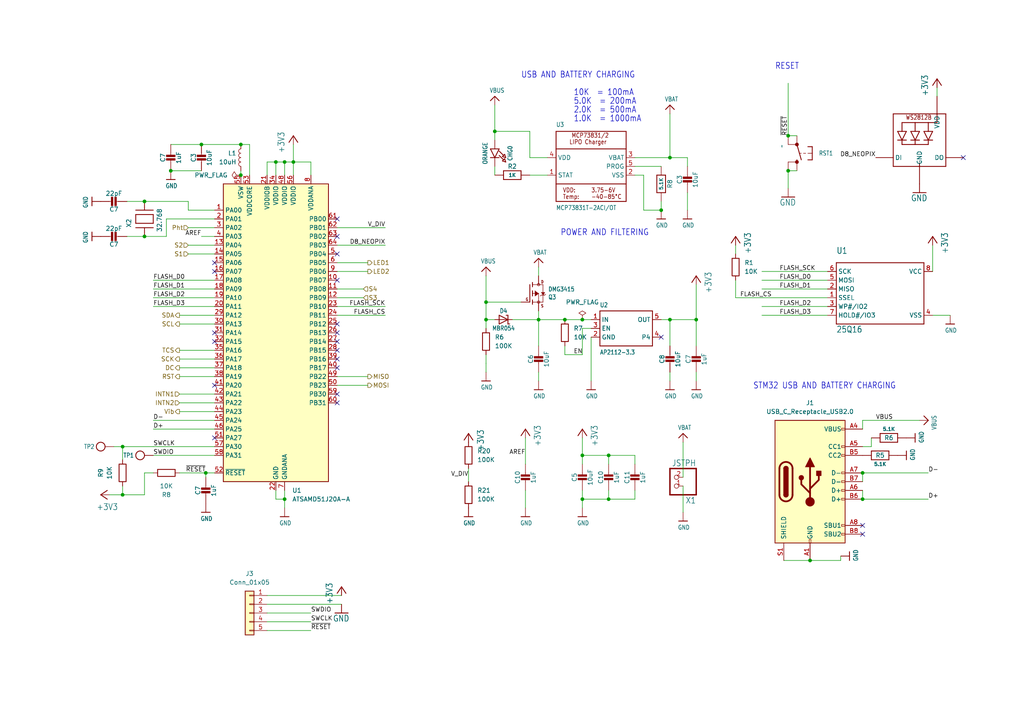
<source format=kicad_sch>
(kicad_sch (version 20230121) (generator eeschema)
  (paper "A4")
  (lib_symbols
    (symbol "Adafruit Feather STM32F405 Express-eagle-import:WS2812B3535"
      (symbol "WS2812B3535_1_0"
        (text "WS2812B" (at -4.064 8.382 0) (effects (font (size 1.27 1.0795)) (justify left bottom)))
        (pin power_in line (at 5.08 15.24 270) (length 5.08) (name "VDD") (number "1"))
        (pin output line (at 12.7 -2.54 180) (length 5.08) (name "DO") (number "2"))
        (pin power_in line (at 0 -10.16 90) (length 5.08) (name "GND") (number "3"))
        (pin input line (at -12.7 -2.54 0) (length 5.08) (name "DI") (number "4"))
      )
    )
    (symbol "Adafruit Feather STM32F405 Express-eagle-import:adafruit2_XTAL-3.2X1.5"
      (property "Reference" "X2" (at -2.54 3.81 0))
      (property "Value" "32.768" (at -3.81 -5.08 0))
      (symbol "adafruit2_XTAL-3.2X1.5_1_0"
        (pin bidirectional line (at -5.08 0 0) (length 2.54) (name "P$1") (number "1"))
        (pin bidirectional line (at 5.08 0 180) (length 2.54) (name "P$2") (number "2"))
      )
    )
    (symbol "Adafruit Feather STM32F405 Express-eagle-import:microbuilder_CAP_CERAMIC0603_NO"
      (property "Reference" "C" (at -2.29 1.25 90))
      (symbol "microbuilder_CAP_CERAMIC0603_NO_1_0"
        (pin passive line (at 0 5.08 270) (length 2.54) (name "1") (number "1"))
        (pin passive line (at 0 -2.54 90) (length 2.54) (name "2") (number "2"))
      )
    )
    (symbol "Adafruit Feather STM32F405 Express-eagle-import:microbuilder_CAP_CERAMIC0805-NOOUTLINE"
      (property "Reference" "C" (at -2.29 1.25 90))
      (symbol "microbuilder_CAP_CERAMIC0805-NOOUTLINE_1_0"
        (pin passive line (at 0 5.08 270) (length 2.54) (name "1") (number "1"))
        (pin passive line (at 0 -2.54 90) (length 2.54) (name "2") (number "2"))
      )
    )
    (symbol "Adafruit Feather STM32F405 Express-eagle-import:microbuilder_CON_JST_PH_2PIN"
      (property "Reference" "X" (at -6.35 5.715 0))
      (symbol "microbuilder_CON_JST_PH_2PIN_1_0"
        (pin passive inverted (at -2.54 2.54 0) (length 2.54) (name "1") (number "1"))
        (pin passive inverted (at -2.54 0 0) (length 2.54) (name "2") (number "2"))
      )
    )
    (symbol "Adafruit Feather STM32F405 Express-eagle-import:microbuilder_DIODE-SCHOTTKYSOD-123"
      (property "Reference" "D4" (at 0 2.54 0))
      (property "Value" "MBR054" (at 0 -2.5 0))
      (symbol "microbuilder_DIODE-SCHOTTKYSOD-123_1_0"
        (pin passive line (at 2.54 0 180) (length 2.54) (name "C") (number "1"))
        (pin passive line (at -2.54 0 0) (length 2.54) (name "A") (number "2"))
      )
    )
    (symbol "Adafruit Feather STM32F405 Express-eagle-import:microbuilder_GND" (power)
      (property "Value" "microbuilder_GND" (at -1.524 -2.54 0))
      (symbol "microbuilder_GND_1_0"
        (pin power_in line (at 0 2.54 270) (length 2.54) (name "GND") (number "1"))
      )
    )
    (symbol "Adafruit Feather STM32F405 Express-eagle-import:microbuilder_LED0805_NOOUTLINE"
      (property "Reference" "CHG1" (at -1.27 4.445 0))
      (property "Value" "ORANGE" (at -1.27 -2.794 0))
      (symbol "microbuilder_LED0805_NOOUTLINE_1_0"
        (pin passive line (at 2.54 0 180) (length 2.54) (name "C") (number "1"))
        (pin passive line (at -5.08 0 0) (length 2.54) (name "A") (number "2"))
      )
    )
    (symbol "Adafruit Feather STM32F405 Express-eagle-import:microbuilder_MCP73831/2"
      (property "Reference" "U" (at -10.16 11.43 0))
      (symbol "microbuilder_MCP73831/2_1_0"
        (text "-40-85°C" (at 0 -9.525 0) (effects (font (size 1.27 1.0795)) (justify left bottom)))
        (text "3.75-6V" (at 0 -7.62 0) (effects (font (size 1.27 1.0795)) (justify left bottom)))
        (text "LIPO Charger" (at -6.35 6.35 0) (effects (font (size 1.27 1.0795)) (justify left bottom)))
        (text "MCP73831/2" (at -5.715 8.255 0) (effects (font (size 1.27 1.0795)) (justify left bottom)))
        (text "Temp:" (at -8.255 -9.525 0) (effects (font (size 1.27 1.0795)) (justify left bottom)))
        (text "VDD:" (at -8.255 -7.62 0) (effects (font (size 1.27 1.0795)) (justify left bottom)))
        (pin output line (at -12.7 -2.54 0) (length 2.54) (name "STAT") (number "1"))
        (pin power_in line (at 12.7 -2.54 180) (length 2.54) (name "VSS") (number "2"))
        (pin power_in line (at 12.7 2.54 180) (length 2.54) (name "VBAT") (number "3"))
        (pin power_in line (at -12.7 2.54 0) (length 2.54) (name "VDD") (number "4"))
        (pin input line (at 12.7 0 180) (length 2.54) (name "PROG") (number "5"))
      )
    )
    (symbol "Adafruit Feather STM32F405 Express-eagle-import:microbuilder_MOSFET-P"
      (property "Reference" "Q" (at 2.794 0.381 0))
      (symbol "microbuilder_MOSFET-P_1_0"
        (text "D" (at 0.635 -3.81 0) (effects (font (size 0.8128 0.6908)) (justify left bottom)))
        (text "G" (at -3.81 1.27 0) (effects (font (size 0.8128 0.6908)) (justify left bottom)))
        (text "S" (at 0.635 3.175 0) (effects (font (size 0.8128 0.6908)) (justify left bottom)))
        (pin passive line (at -5.08 2.54 0) (length 2.54) (name "G") (number "1"))
        (pin passive line (at 0 5.08 270) (length 2.54) (name "S") (number "2"))
        (pin passive line (at 0 -5.08 90) (length 2.54) (name "D") (number "3"))
      )
    )
    (symbol "Adafruit Feather STM32F405 Express-eagle-import:microbuilder_RESISTOR_0603_NOOUT"
      (property "Reference" "R" (at 0 2.54 0))
      (symbol "microbuilder_RESISTOR_0603_NOOUT_1_0"
        (pin passive line (at -5.08 0 0) (length 2.54) (name "1") (number "1"))
        (pin passive line (at 5.08 0 180) (length 2.54) (name "2") (number "2"))
      )
    )
    (symbol "Adafruit Feather STM32F405 Express-eagle-import:microbuilder_SPIFLASH_8PIN"
      (property "Reference" "U" (at -12.7 12.7 0))
      (symbol "microbuilder_SPIFLASH_8PIN_1_0"
        (pin bidirectional line (at -15.24 0 0) (length 2.54) (name "SSEL") (number "1"))
        (pin bidirectional line (at -15.24 2.54 0) (length 2.54) (name "MISO") (number "2"))
        (pin bidirectional line (at -15.24 -2.54 0) (length 2.54) (name "WP#/IO2") (number "3"))
        (pin bidirectional line (at 15.24 -5.08 180) (length 2.54) (name "VSS") (number "4"))
        (pin bidirectional line (at -15.24 5.08 0) (length 2.54) (name "MOSI") (number "5"))
        (pin bidirectional line (at -15.24 7.62 0) (length 2.54) (name "SCK") (number "6"))
        (pin bidirectional line (at -15.24 -5.08 0) (length 2.54) (name "HOLD#/IO3") (number "7"))
        (pin bidirectional line (at 15.24 7.62 180) (length 2.54) (name "VCC") (number "8"))
      )
    )
    (symbol "Adafruit Feather STM32F405 Express-eagle-import:microbuilder_TESTPOINTROUND1.5MM"
      (property "Reference" "TP2" (at 0 5.588 90))
      (symbol "microbuilder_TESTPOINTROUND1.5MM_1_0"
        (pin bidirectional line (at 0 0 90) (length 2.54) (name "P$1") (number "1"))
      )
    )
    (symbol "Adafruit Feather STM32F405 Express-eagle-import:microbuilder_VBAT" (power)
      (property "Value" "microbuilder_VBAT" (at -1.524 1.016 0))
      (symbol "microbuilder_VBAT_1_0"
        (pin power_in line (at 0 -2.54 90) (length 2.54) (name "VBAT") (number "1"))
      )
    )
    (symbol "Adafruit Feather STM32F405 Express-eagle-import:microbuilder_VBUS" (power)
      (property "Value" "microbuilder_VBUS" (at -1.524 1.016 0))
      (symbol "microbuilder_VBUS_1_0"
        (pin power_in line (at 0 -2.54 90) (length 2.54) (name "VBUS") (number "1"))
      )
    )
    (symbol "Adafruit Feather STM32F405 Express-eagle-import:microbuilder_VREG_SOT23-5"
      (property "Reference" "U" (at -7.62 6.096 0))
      (symbol "microbuilder_VREG_SOT23-5_1_0"
        (pin power_in line (at -10.16 2.54 0) (length 2.54) (name "IN") (number "1"))
        (pin power_in line (at -10.16 -2.54 0) (length 2.54) (name "GND") (number "2"))
        (pin input line (at -10.16 0 0) (length 2.54) (name "EN") (number "3"))
        (pin bidirectional line (at 10.16 -2.54 180) (length 2.54) (name "P4") (number "4"))
        (pin power_in line (at 10.16 2.54 180) (length 2.54) (name "OUT") (number "5"))
      )
    )
    (symbol "Adafruit Feather STM32F405 Express-eagle-import:supply1_+3V3" (power)
      (property "Value" "supply1_+3V3" (at -2.54 -5.08 90))
      (symbol "supply1_+3V3_1_0"
        (pin power_in line (at 0 -2.54 90) (length 2.54) (name "+3V3") (number "1"))
      )
    )
    (symbol "Adafruit Feather STM32F405 Express-eagle-import:supply1_GND" (power)
      (property "Value" "supply1_GND" (at -2.54 -2.54 0))
      (symbol "supply1_GND_1_0"
        (pin power_in line (at 0 2.54 270) (length 2.54) (name "GND") (number "1"))
      )
    )
    (symbol "Connector:USB_C_Receptacle_USB2.0" (pin_names (offset 1.016))
      (property "Reference" "J" (at -10.16 19.05 0))
      (property "Value" "USB_C_Receptacle_USB2.0" (at 19.05 19.05 0))
      (symbol "USB_C_Receptacle_USB2.0_1_1"
        (pin passive line (at 0 -22.86 90) (length 5.08) (name "GND") (number "A1"))
        (pin passive line (at 0 -22.86 90) (length 5.08) hide (name "GND") (number "A12"))
        (pin passive line (at 15.24 15.24 180) (length 5.08) (name "VBUS") (number "A4"))
        (pin bidirectional line (at 15.24 10.16 180) (length 5.08) (name "CC1") (number "A5"))
        (pin bidirectional line (at 15.24 -2.54 180) (length 5.08) (name "D+") (number "A6"))
        (pin bidirectional line (at 15.24 2.54 180) (length 5.08) (name "D-") (number "A7"))
        (pin bidirectional line (at 15.24 -12.7 180) (length 5.08) (name "SBU1") (number "A8"))
        (pin passive line (at 15.24 15.24 180) (length 5.08) hide (name "VBUS") (number "A9"))
        (pin passive line (at 0 -22.86 90) (length 5.08) hide (name "GND") (number "B1"))
        (pin passive line (at 0 -22.86 90) (length 5.08) hide (name "GND") (number "B12"))
        (pin passive line (at 15.24 15.24 180) (length 5.08) hide (name "VBUS") (number "B4"))
        (pin bidirectional line (at 15.24 7.62 180) (length 5.08) (name "CC2") (number "B5"))
        (pin bidirectional line (at 15.24 -5.08 180) (length 5.08) (name "D+") (number "B6"))
        (pin bidirectional line (at 15.24 0 180) (length 5.08) (name "D-") (number "B7"))
        (pin bidirectional line (at 15.24 -15.24 180) (length 5.08) (name "SBU2") (number "B8"))
        (pin passive line (at 15.24 15.24 180) (length 5.08) hide (name "VBUS") (number "B9"))
        (pin passive line (at -7.62 -22.86 90) (length 5.08) (name "SHIELD") (number "S1"))
      )
    )
    (symbol "Connector_Generic:Conn_01x05" (pin_names (offset 1.016) hide)
      (property "Reference" "J" (at 0 7.62 0))
      (property "Value" "Conn_01x05" (at 0 -7.62 0))
      (symbol "Conn_01x05_1_1"
        (pin passive line (at -5.08 5.08 0) (length 3.81) (name "Pin_1") (number "1"))
        (pin passive line (at -5.08 2.54 0) (length 3.81) (name "Pin_2") (number "2"))
        (pin passive line (at -5.08 0 0) (length 3.81) (name "Pin_3") (number "3"))
        (pin passive line (at -5.08 -2.54 0) (length 3.81) (name "Pin_4") (number "4"))
        (pin passive line (at -5.08 -5.08 0) (length 3.81) (name "Pin_5") (number "5"))
      )
    )
    (symbol "Device:L" (pin_numbers hide) (pin_names (offset 1.016) hide)
      (property "Reference" "L" (at -1.27 0 90))
      (property "Value" "L" (at 1.905 0 90))
      (symbol "L_1_1"
        (pin passive line (at 0 3.81 270) (length 1.27) (name "1") (number "1"))
        (pin passive line (at 0 -3.81 90) (length 1.27) (name "2") (number "2"))
      )
    )
    (symbol "Device:R" (pin_numbers hide) (pin_names (offset 0))
      (property "Reference" "R" (at 2.032 0 90))
      (property "Value" "R" (at 0 0 90))
      (symbol "R_1_1"
        (pin passive line (at 0 3.81 270) (length 1.27) (name "~") (number "1"))
        (pin passive line (at 0 -3.81 90) (length 1.27) (name "~") (number "2"))
      )
    )
    (symbol "MCU_Microchip_SAMD:ATSAMD51J20A-A"
      (property "Reference" "U" (at -15.24 -44.45 0))
      (property "Value" "ATSAMD51J20A-A" (at 5.08 -44.45 0))
      (symbol "ATSAMD51J20A-A_1_0"
        (pin bidirectional line (at 17.78 25.4 180) (length 2.54) (name "PB03") (number "64"))
      )
      (symbol "ATSAMD51J20A-A_1_1"
        (pin bidirectional line (at -17.78 35.56 0) (length 2.54) (name "PA00") (number "1"))
        (pin bidirectional line (at 17.78 15.24 180) (length 2.54) (name "PB07") (number "10"))
        (pin bidirectional line (at 17.78 12.7 180) (length 2.54) (name "PB08") (number "11"))
        (pin bidirectional line (at 17.78 10.16 180) (length 2.54) (name "PB09") (number "12"))
        (pin bidirectional line (at -17.78 25.4 0) (length 2.54) (name "PA04") (number "13"))
        (pin bidirectional line (at -17.78 22.86 0) (length 2.54) (name "PA05") (number "14"))
        (pin bidirectional line (at -17.78 20.32 0) (length 2.54) (name "PA06") (number "15"))
        (pin bidirectional line (at -17.78 17.78 0) (length 2.54) (name "PA07") (number "16"))
        (pin bidirectional line (at -17.78 15.24 0) (length 2.54) (name "PA08") (number "17"))
        (pin bidirectional line (at -17.78 12.7 0) (length 2.54) (name "PA09") (number "18"))
        (pin bidirectional line (at -17.78 10.16 0) (length 2.54) (name "PA10") (number "19"))
        (pin bidirectional line (at -17.78 33.02 0) (length 2.54) (name "PA01") (number "2"))
        (pin bidirectional line (at -17.78 7.62 0) (length 2.54) (name "PA11") (number "20"))
        (pin power_in line (at -2.54 45.72 270) (length 2.54) (name "VDDIOB") (number "21"))
        (pin power_in line (at 0 -45.72 90) (length 2.54) (name "GND") (number "22"))
        (pin bidirectional line (at 17.78 7.62 180) (length 2.54) (name "PB10") (number "23"))
        (pin bidirectional line (at 17.78 5.08 180) (length 2.54) (name "PB11") (number "24"))
        (pin bidirectional line (at 17.78 2.54 180) (length 2.54) (name "PB12") (number "25"))
        (pin bidirectional line (at 17.78 0 180) (length 2.54) (name "PB13") (number "26"))
        (pin bidirectional line (at 17.78 -2.54 180) (length 2.54) (name "PB14") (number "27"))
        (pin bidirectional line (at 17.78 -5.08 180) (length 2.54) (name "PB15") (number "28"))
        (pin bidirectional line (at -17.78 5.08 0) (length 2.54) (name "PA12") (number "29"))
        (pin bidirectional line (at -17.78 30.48 0) (length 2.54) (name "PA02") (number "3"))
        (pin bidirectional line (at -17.78 2.54 0) (length 2.54) (name "PA13") (number "30"))
        (pin bidirectional line (at -17.78 0 0) (length 2.54) (name "PA14") (number "31"))
        (pin bidirectional line (at -17.78 -2.54 0) (length 2.54) (name "PA15") (number "32"))
        (pin passive line (at 0 -45.72 90) (length 2.54) hide (name "GND") (number "33"))
        (pin power_in line (at 0 45.72 270) (length 2.54) (name "VDDIO") (number "34"))
        (pin bidirectional line (at -17.78 -5.08 0) (length 2.54) (name "PA16") (number "35"))
        (pin bidirectional line (at -17.78 -7.62 0) (length 2.54) (name "PA17") (number "36"))
        (pin bidirectional line (at -17.78 -10.16 0) (length 2.54) (name "PA18") (number "37"))
        (pin bidirectional line (at -17.78 -12.7 0) (length 2.54) (name "PA19") (number "38"))
        (pin bidirectional line (at 17.78 -7.62 180) (length 2.54) (name "PB16") (number "39"))
        (pin bidirectional line (at -17.78 27.94 0) (length 2.54) (name "PA03") (number "4"))
        (pin bidirectional line (at 17.78 -10.16 180) (length 2.54) (name "PB17") (number "40"))
        (pin bidirectional line (at -17.78 -15.24 0) (length 2.54) (name "PA20") (number "41"))
        (pin bidirectional line (at -17.78 -17.78 0) (length 2.54) (name "PA21") (number "42"))
        (pin bidirectional line (at -17.78 -20.32 0) (length 2.54) (name "PA22") (number "43"))
        (pin bidirectional line (at -17.78 -22.86 0) (length 2.54) (name "PA23") (number "44"))
        (pin bidirectional line (at -17.78 -25.4 0) (length 2.54) (name "PA24") (number "45"))
        (pin bidirectional line (at -17.78 -27.94 0) (length 2.54) (name "PA25") (number "46"))
        (pin passive line (at 0 -45.72 90) (length 2.54) hide (name "GND") (number "47"))
        (pin power_in line (at 2.54 45.72 270) (length 2.54) (name "VDDIO") (number "48"))
        (pin bidirectional line (at 17.78 -12.7 180) (length 2.54) (name "PB22") (number "49"))
        (pin bidirectional line (at 17.78 22.86 180) (length 2.54) (name "PB04") (number "5"))
        (pin bidirectional line (at 17.78 -15.24 180) (length 2.54) (name "PB23") (number "50"))
        (pin bidirectional line (at -17.78 -30.48 0) (length 2.54) (name "PA27") (number "51"))
        (pin input line (at -17.78 -40.64 0) (length 2.54) (name "~{RESET}") (number "52"))
        (pin power_out line (at -7.62 45.72 270) (length 2.54) (name "VDDCORE") (number "53"))
        (pin passive line (at 0 -45.72 90) (length 2.54) hide (name "GND") (number "54"))
        (pin power_in line (at -10.16 45.72 270) (length 2.54) (name "VSW") (number "55"))
        (pin power_in line (at 5.08 45.72 270) (length 2.54) (name "VDDIO") (number "56"))
        (pin bidirectional line (at -17.78 -33.02 0) (length 2.54) (name "PA30") (number "57"))
        (pin bidirectional line (at -17.78 -35.56 0) (length 2.54) (name "PA31") (number "58"))
        (pin bidirectional line (at 17.78 -17.78 180) (length 2.54) (name "PB30") (number "59"))
        (pin bidirectional line (at 17.78 20.32 180) (length 2.54) (name "PB05") (number "6"))
        (pin bidirectional line (at 17.78 -20.32 180) (length 2.54) (name "PB31") (number "60"))
        (pin bidirectional line (at 17.78 33.02 180) (length 2.54) (name "PB00") (number "61"))
        (pin bidirectional line (at 17.78 30.48 180) (length 2.54) (name "PB01") (number "62"))
        (pin bidirectional line (at 17.78 27.94 180) (length 2.54) (name "PB02") (number "63"))
        (pin power_in line (at 2.54 -45.72 90) (length 2.54) (name "GNDANA") (number "7"))
        (pin power_in line (at 10.16 45.72 270) (length 2.54) (name "VDDANA") (number "8"))
        (pin bidirectional line (at 17.78 17.78 180) (length 2.54) (name "PB06") (number "9"))
      )
    )
    (symbol "SWITCH_TACT_SMT_1"
      (property "Reference" "SW6" (at 0 6.35 0))
      (property "Value" "~" (at -2.54 -5.08 0))
      (symbol "SWITCH_TACT_SMT_1_1_0"
        (pin passive line (at -5.08 0 0) (length 2.54) (name "P") (number "1"))
        (pin passive line (at -5.08 -2.54 0) (length 2.54) (name "P1") (number "1"))
        (pin passive line (at 5.08 0 180) (length 2.54) (name "S") (number "2"))
        (pin passive line (at 5.08 -2.54 180) (length 2.54) (name "S1") (number "2"))
      )
    )
    (symbol "microbuilder_TESTPOINTROUND1.5MM_1"
      (property "Reference" "TP1" (at 0 5.588 90))
      (symbol "microbuilder_TESTPOINTROUND1.5MM_1_1_0"
        (pin bidirectional line (at 0 0 90) (length 2.54) (name "P$1") (number "1"))
      )
    )
    (symbol "power:PWR_FLAG" (power) (pin_numbers hide) (pin_names (offset 0) hide)
      (property "Value" "PWR_FLAG" (at 0 3.81 0))
      (symbol "PWR_FLAG_0_0"
        (pin power_out line (at 0 0 90) (length 0) (name "pwr") (number "1"))
      )
    )
  )
  (junction (at 250.19 144.78))
  (junction (at 35.56 143.51))
  (junction (at 191.77 60.96))
  (junction (at 168.91 132.08))
  (junction (at 201.93 92.71))
  (junction (at 85.09 46.99))
  (junction (at 69.85 50.8))
  (junction (at 156.21 92.71))
  (junction (at 41.91 68.58))
  (junction (at 194.31 45.72))
  (junction (at 228.6 49.53))
  (junction (at 80.01 46.99))
  (junction (at 234.95 162.56))
  (junction (at 163.83 92.71))
  (junction (at 49.53 49.53))
  (junction (at 69.85 41.91))
  (junction (at 228.6 39.37))
  (junction (at 59.69 137.16))
  (junction (at 168.91 144.78))
  (junction (at 140.97 92.71))
  (junction (at 82.55 46.99))
  (junction (at 140.97 87.63))
  (junction (at 41.91 58.42))
  (junction (at 176.53 132.08))
  (junction (at 35.56 129.54))
  (junction (at 82.55 144.78))
  (junction (at 143.51 38.1))
  (junction (at 168.91 92.71))
  (junction (at 58.42 41.91))
  (junction (at 194.31 92.71))
  (junction (at 250.19 137.16))
  (junction (at 176.53 144.78))
  (no_connect (at 250.19 154.94))
  (no_connect (at 62.23 78.74))
  (no_connect (at 97.79 68.58))
  (no_connect (at 97.79 106.68))
  (no_connect (at 97.79 114.3))
  (no_connect (at 62.23 76.2))
  (no_connect (at 97.79 99.06))
  (no_connect (at 62.23 99.06))
  (no_connect (at 97.79 63.5))
  (no_connect (at 62.23 96.52))
  (no_connect (at 97.79 116.84))
  (no_connect (at 97.79 81.28))
  (no_connect (at 97.79 101.6))
  (no_connect (at 97.79 96.52))
  (no_connect (at 191.77 97.79))
  (no_connect (at 279.4 45.72))
  (no_connect (at 62.23 111.76))
  (no_connect (at 97.79 93.98))
  (no_connect (at 250.19 152.4))
  (no_connect (at 97.79 73.66))
  (no_connect (at 97.79 104.14))
  (no_connect (at 62.23 127))
  (wire (pts (xy 85.09 46.99) (xy 85.09 50.8)))
  (wire (pts (xy 90.17 46.99) (xy 85.09 46.99)))
  (wire (pts (xy 240.03 91.44) (xy 220.98 91.44)) (stroke (width 0.1524)))
  (wire (pts (xy 156.21 90.17) (xy 156.21 92.71)) (stroke (width 0.1524)))
  (wire (pts (xy 168.91 95.25) (xy 171.45 95.25)) (stroke (width 0.1524)))
  (wire (pts (xy 168.91 102.87) (xy 168.91 95.25)) (stroke (width 0.1524)))
  (wire (pts (xy 52.07 93.98) (xy 62.23 93.98)))
  (wire (pts (xy 168.91 144.78) (xy 168.91 142.24)) (stroke (width 0.1524)))
  (wire (pts (xy 152.4 127) (xy 152.4 134.62)))
  (wire (pts (xy 35.56 143.51) (xy 35.56 140.97)))
  (wire (pts (xy 184.15 50.8) (xy 186.69 50.8)) (stroke (width 0.1524)))
  (wire (pts (xy 250.19 121.92) (xy 266.7 121.92)))
  (wire (pts (xy 97.79 111.76) (xy 106.68 111.76)))
  (wire (pts (xy 82.55 46.99) (xy 85.09 46.99)))
  (wire (pts (xy 153.67 45.72) (xy 158.75 45.72)) (stroke (width 0.1524)))
  (wire (pts (xy 271.78 25.4) (xy 271.78 27.94)) (stroke (width 0.1524)))
  (wire (pts (xy 54.61 71.12) (xy 62.23 71.12)))
  (wire (pts (xy 77.47 172.72) (xy 99.06 172.72)))
  (wire (pts (xy 176.53 132.08) (xy 168.91 132.08)) (stroke (width 0.1524)))
  (wire (pts (xy 72.39 50.8) (xy 72.39 41.91)))
  (wire (pts (xy 143.51 92.71) (xy 140.97 92.71)) (stroke (width 0.1524)))
  (wire (pts (xy 184.15 144.78) (xy 176.53 144.78)) (stroke (width 0.1524)))
  (wire (pts (xy 243.84 162.56) (xy 243.84 161.29)))
  (wire (pts (xy 231.14 49.53) (xy 228.6 49.53)) (stroke (width 0.1524)))
  (wire (pts (xy 176.53 144.78) (xy 168.91 144.78)) (stroke (width 0.1524)))
  (wire (pts (xy 148.59 92.71) (xy 156.21 92.71)) (stroke (width 0.1524)))
  (wire (pts (xy 250.19 144.78) (xy 269.24 144.78)))
  (wire (pts (xy 52.07 137.16) (xy 59.69 137.16)))
  (wire (pts (xy 52.07 116.84) (xy 62.23 116.84)))
  (wire (pts (xy 69.85 49.53) (xy 69.85 50.8)))
  (wire (pts (xy 201.93 92.71) (xy 201.93 82.55)) (stroke (width 0.1524)))
  (wire (pts (xy 54.61 73.66) (xy 62.23 73.66)))
  (wire (pts (xy 44.45 88.9) (xy 62.23 88.9)) (stroke (width 0.1524)))
  (wire (pts (xy 168.91 134.62) (xy 168.91 132.08)) (stroke (width 0.1524)))
  (wire (pts (xy 199.39 55.88) (xy 199.39 60.96)) (stroke (width 0.1524)))
  (wire (pts (xy 163.83 92.71) (xy 168.91 92.71)) (stroke (width 0.1524)))
  (wire (pts (xy 59.69 137.16) (xy 59.69 138.43)))
  (wire (pts (xy 168.91 147.32) (xy 168.91 144.78)) (stroke (width 0.1524)))
  (wire (pts (xy 41.91 137.16) (xy 41.91 143.51)))
  (wire (pts (xy 250.19 137.16) (xy 269.24 137.16)))
  (wire (pts (xy 35.56 129.54) (xy 44.45 129.54)))
  (wire (pts (xy 186.69 50.8) (xy 186.69 60.96)) (stroke (width 0.1524)))
  (wire (pts (xy 184.15 48.26) (xy 191.77 48.26)) (stroke (width 0.1524)))
  (wire (pts (xy 171.45 97.79) (xy 171.45 110.49)) (stroke (width 0.1524)))
  (wire (pts (xy 97.79 109.22) (xy 106.68 109.22)))
  (wire (pts (xy 82.55 142.24) (xy 82.55 144.78)))
  (wire (pts (xy 194.31 107.95) (xy 194.31 110.49)) (stroke (width 0.1524)))
  (wire (pts (xy 228.6 24.13) (xy 228.6 39.37)) (stroke (width 0.1524)))
  (wire (pts (xy 201.93 92.71) (xy 201.93 100.33)) (stroke (width 0.1524)))
  (wire (pts (xy 250.19 142.24) (xy 250.19 144.78)))
  (wire (pts (xy 82.55 144.78) (xy 82.55 147.32)))
  (wire (pts (xy 62.23 60.96) (xy 54.61 60.96)))
  (wire (pts (xy 156.21 77.47) (xy 156.21 80.01)) (stroke (width 0.1524)))
  (wire (pts (xy 250.19 121.92) (xy 250.19 124.46)))
  (wire (pts (xy 97.79 91.44) (xy 111.76 91.44)))
  (wire (pts (xy 140.97 92.71) (xy 140.97 87.63)) (stroke (width 0.1524)))
  (wire (pts (xy 153.67 38.1) (xy 153.67 45.72)) (stroke (width 0.1524)))
  (wire (pts (xy 140.97 95.25) (xy 140.97 92.71)) (stroke (width 0.1524)))
  (wire (pts (xy 240.03 88.9) (xy 220.98 88.9)) (stroke (width 0.1524)))
  (wire (pts (xy 36.83 68.58) (xy 41.91 68.58)) (stroke (width 0.1524)))
  (wire (pts (xy 52.07 104.14) (xy 62.23 104.14)))
  (wire (pts (xy 80.01 144.78) (xy 82.55 144.78)))
  (wire (pts (xy 156.21 107.95) (xy 156.21 110.49)) (stroke (width 0.1524)))
  (wire (pts (xy 52.07 91.44) (xy 62.23 91.44)))
  (wire (pts (xy 213.36 71.12) (xy 213.36 73.66)) (stroke (width 0.1524)))
  (wire (pts (xy 191.77 92.71) (xy 194.31 92.71)) (stroke (width 0.1524)))
  (wire (pts (xy 163.83 100.33) (xy 163.83 102.87)))
  (wire (pts (xy 194.31 33.02) (xy 194.31 45.72)) (stroke (width 0.1524)))
  (wire (pts (xy 48.26 63.5) (xy 48.26 68.58)))
  (wire (pts (xy 199.39 48.26) (xy 199.39 45.72)) (stroke (width 0.1524)))
  (wire (pts (xy 171.45 92.71) (xy 168.91 92.71)) (stroke (width 0.1524)))
  (wire (pts (xy 143.51 30.48) (xy 143.51 38.1)) (stroke (width 0.1524)))
  (wire (pts (xy 77.47 177.8) (xy 90.17 177.8)) (stroke (width 0.1524)))
  (wire (pts (xy 54.61 58.42) (xy 41.91 58.42)) (stroke (width 0.1524)))
  (wire (pts (xy 201.93 107.95) (xy 201.93 110.49)) (stroke (width 0.1524)))
  (wire (pts (xy 58.42 41.91) (xy 69.85 41.91)))
  (wire (pts (xy 35.56 129.54) (xy 35.56 133.35)))
  (wire (pts (xy 41.91 137.16) (xy 44.45 137.16)))
  (wire (pts (xy 151.13 87.63) (xy 140.97 87.63)) (stroke (width 0.1524)))
  (wire (pts (xy 143.51 40.64) (xy 143.51 38.1)) (stroke (width 0.1524)))
  (wire (pts (xy 52.07 119.38) (xy 62.23 119.38)))
  (wire (pts (xy 275.59 91.44) (xy 270.51 91.44)) (stroke (width 0.1524)))
  (wire (pts (xy 198.12 148.59) (xy 198.12 140.97)) (stroke (width 0.1524)))
  (wire (pts (xy 77.47 175.26) (xy 99.06 175.26)))
  (wire (pts (xy 49.53 41.91) (xy 58.42 41.91)))
  (wire (pts (xy 59.69 137.16) (xy 62.23 137.16)))
  (wire (pts (xy 77.47 182.88) (xy 90.17 182.88)))
  (wire (pts (xy 44.45 83.82) (xy 62.23 83.82)) (stroke (width 0.1524)))
  (wire (pts (xy 54.61 66.04) (xy 62.23 66.04)))
  (wire (pts (xy 199.39 45.72) (xy 194.31 45.72)) (stroke (width 0.1524)))
  (wire (pts (xy 52.07 109.22) (xy 62.23 109.22)))
  (wire (pts (xy 213.36 81.28) (xy 213.36 86.36)) (stroke (width 0.1524)))
  (wire (pts (xy 194.31 45.72) (xy 184.15 45.72)) (stroke (width 0.1524)))
  (wire (pts (xy 168.91 132.08) (xy 168.91 127)) (stroke (width 0.1524)))
  (wire (pts (xy 186.69 60.96) (xy 191.77 60.96)) (stroke (width 0.1524)))
  (wire (pts (xy 77.47 50.8) (xy 77.47 46.99)))
  (wire (pts (xy 194.31 92.71) (xy 201.93 92.71)) (stroke (width 0.1524)))
  (wire (pts (xy 184.15 142.24) (xy 184.15 144.78)) (stroke (width 0.1524)))
  (wire (pts (xy 85.09 41.91) (xy 85.09 46.99)))
  (wire (pts (xy 234.95 162.56) (xy 243.84 162.56)))
  (wire (pts (xy 44.45 124.46) (xy 62.23 124.46)) (stroke (width 0.1524)))
  (wire (pts (xy 97.79 71.12) (xy 111.76 71.12)))
  (wire (pts (xy 153.67 50.8) (xy 158.75 50.8)) (stroke (width 0.1524)))
  (wire (pts (xy 97.79 78.74) (xy 106.68 78.74)))
  (wire (pts (xy 52.07 101.6) (xy 62.23 101.6)))
  (wire (pts (xy 33.02 129.54) (xy 35.56 129.54)))
  (wire (pts (xy 41.91 68.58) (xy 48.26 68.58)) (stroke (width 0.1524)))
  (wire (pts (xy 191.77 58.42) (xy 191.77 60.96)) (stroke (width 0.1524)))
  (wire (pts (xy 140.97 107.95) (xy 140.97 105.41)) (stroke (width 0.1524)))
  (wire (pts (xy 77.47 46.99) (xy 80.01 46.99)))
  (wire (pts (xy 228.6 54.61) (xy 228.6 49.53)) (stroke (width 0.1524)))
  (wire (pts (xy 31.75 143.51) (xy 35.56 143.51)))
  (wire (pts (xy 41.91 58.42) (xy 36.83 58.42)) (stroke (width 0.1524)))
  (wire (pts (xy 97.79 83.82) (xy 105.41 83.82)))
  (wire (pts (xy 41.91 143.51) (xy 35.56 143.51)))
  (wire (pts (xy 49.53 49.53) (xy 58.42 49.53)))
  (wire (pts (xy 143.51 48.26) (xy 143.51 50.8)) (stroke (width 0.1524)))
  (wire (pts (xy 52.07 114.3) (xy 62.23 114.3)))
  (wire (pts (xy 90.17 50.8) (xy 90.17 46.99)))
  (wire (pts (xy 80.01 46.99) (xy 82.55 46.99)))
  (wire (pts (xy 198.12 128.27) (xy 198.12 138.43)) (stroke (width 0.1524)))
  (wire (pts (xy 90.17 180.34) (xy 77.47 180.34)) (stroke (width 0.1524)))
  (wire (pts (xy 220.98 81.28) (xy 240.03 81.28)) (stroke (width 0.1524)))
  (wire (pts (xy 44.45 86.36) (xy 62.23 86.36)) (stroke (width 0.1524)))
  (wire (pts (xy 143.51 38.1) (xy 153.67 38.1)) (stroke (width 0.1524)))
  (wire (pts (xy 240.03 83.82) (xy 220.98 83.82)) (stroke (width 0.1524)))
  (wire (pts (xy 194.31 100.33) (xy 194.31 92.71)) (stroke (width 0.1524)))
  (wire (pts (xy 140.97 102.87) (xy 140.97 105.41)))
  (wire (pts (xy 97.79 88.9) (xy 111.76 88.9)))
  (wire (pts (xy 213.36 86.36) (xy 240.03 86.36)) (stroke (width 0.1524)))
  (wire (pts (xy 82.55 46.99) (xy 82.55 50.8)))
  (wire (pts (xy 58.42 68.58) (xy 62.23 68.58)))
  (wire (pts (xy 135.89 135.89) (xy 135.89 139.7)))
  (wire (pts (xy 228.6 39.37) (xy 231.14 39.37)) (stroke (width 0.1524)))
  (wire (pts (xy 156.21 92.71) (xy 156.21 100.33)) (stroke (width 0.1524)))
  (wire (pts (xy 80.01 46.99) (xy 80.01 50.8)))
  (wire (pts (xy 156.21 92.71) (xy 163.83 92.71)) (stroke (width 0.1524)))
  (wire (pts (xy 54.61 60.96) (xy 54.61 58.42)))
  (wire (pts (xy 227.33 162.56) (xy 234.95 162.56)))
  (wire (pts (xy 240.03 78.74) (xy 220.98 78.74)) (stroke (width 0.1524)))
  (wire (pts (xy 62.23 129.54) (xy 44.45 129.54)) (stroke (width 0.1524)))
  (wire (pts (xy 252.73 129.54) (xy 252.73 127)))
  (wire (pts (xy 250.19 129.54) (xy 252.73 129.54)))
  (wire (pts (xy 80.01 142.24) (xy 80.01 144.78)))
  (wire (pts (xy 44.45 121.92) (xy 62.23 121.92)) (stroke (width 0.1524)))
  (wire (pts (xy 140.97 87.63) (xy 140.97 80.01)) (stroke (width 0.1524)))
  (wire (pts (xy 72.39 41.91) (xy 69.85 41.91)))
  (wire (pts (xy 176.53 134.62) (xy 176.53 132.08)) (stroke (width 0.1524)))
  (wire (pts (xy 176.53 144.78) (xy 176.53 142.24)) (stroke (width 0.1524)))
  (wire (pts (xy 44.45 81.28) (xy 62.23 81.28)) (stroke (width 0.1524)))
  (wire (pts (xy 152.4 142.24) (xy 152.4 147.32)))
  (wire (pts (xy 97.79 76.2) (xy 106.68 76.2)))
  (wire (pts (xy 44.45 132.08) (xy 62.23 132.08)) (stroke (width 0.1524)))
  (wire (pts (xy 250.19 137.16) (xy 250.19 139.7)))
  (wire (pts (xy 270.51 71.12) (xy 270.51 78.74)) (stroke (width 0.1524)))
  (wire (pts (xy 176.53 132.08) (xy 184.15 132.08)) (stroke (width 0.1524)))
  (wire (pts (xy 163.83 102.87) (xy 168.91 102.87)) (stroke (width 0.1524)))
  (wire (pts (xy 52.07 106.68) (xy 62.23 106.68)))
  (wire (pts (xy 184.15 132.08) (xy 184.15 134.62)) (stroke (width 0.1524)))
  (wire (pts (xy 97.79 66.04) (xy 111.76 66.04)))
  (wire (pts (xy 97.79 86.36) (xy 105.41 86.36)))
  (wire (pts (xy 62.23 63.5) (xy 48.26 63.5)))
  (text "2.0K  = 500mA" (at 166.37 33.02 0) (effects (font (size 1.778 1.5113)) (justify left bottom)))
  (text "10K  = 100mA" (at 166.37 27.94 0) (effects (font (size 1.778 1.5113)) (justify left bottom)))
  (text "POWER AND FILTERING" (at 162.56 68.58 0) (effects (font (size 1.778 1.5113)) (justify left bottom)))
  (text "USB AND BATTERY CHARGING" (at 151.13 22.86 0) (effects (font (size 1.778 1.5113)) (justify left bottom)))
  (text "5.0K  = 200mA" (at 166.37 30.48 0) (effects (font (size 1.778 1.5113)) (justify left bottom)))
  (text "STM32 USB AND BATTERY CHARGING\n" (at 218.44 113.03 0) (effects (font (size 1.778 1.5113)) (justify left bottom)))
  (text "1.0K  = 1000mA" (at 166.37 35.56 0) (effects (font (size 1.778 1.5113)) (justify left bottom)))
  (text "RESET" (at 224.79 20.32 0) (effects (font (size 1.778 1.5113)) (justify left bottom)))
  (label "~{RESET}" (at 59.69 137.16 180) (effects (font (size 1.2446 1.2446))))
  (label "D+" (at 44.45 124.46 0) (effects (font (size 1.2446 1.2446))))
  (label "D8_NEOPIX" (at 254 45.72 180) (effects (font (size 1.2446 1.2446))))
  (label "FLASH_D2" (at 44.45 86.36 0) (effects (font (size 1.2446 1.2446))))
  (label "FLASH_CS" (at 214.63 86.36 0) (effects (font (size 1.2446 1.2446))))
  (label "FLASH_D1" (at 226.06 83.82 0) (effects (font (size 1.2446 1.2446))))
  (label "SWCLK" (at 90.17 180.34 0) (effects (font (size 1.2446 1.2446))))
  (label "V_DIV" (at 135.89 138.43 180) (effects (font (size 1.2446 1.2446))))
  (label "D8_NEOPIX" (at 111.76 71.12 180) (effects (font (size 1.2446 1.2446))))
  (label "FLASH_CS" (at 111.76 91.44 180) (effects (font (size 1.2446 1.2446))))
  (label "FLASH_D1" (at 44.45 83.82 0) (effects (font (size 1.2446 1.2446))))
  (label "SWDIO" (at 44.45 132.08 0) (effects (font (size 1.2446 1.2446))))
  (label "D-" (at 269.24 137.16 0) (effects (font (size 1.2446 1.2446))))
  (label "EN" (at 166.37 102.87 0) (effects (font (size 1.2446 1.2446))))
  (label "AREF" (at 152.4 132.08 180) (effects (font (size 1.2446 1.2446))))
  (label "SWCLK" (at 44.45 129.54 0) (effects (font (size 1.2446 1.2446))))
  (label "FLASH_D0" (at 44.45 81.28 0) (effects (font (size 1.2446 1.2446))))
  (label "FLASH_D3" (at 226.06 91.44 0) (effects (font (size 1.2446 1.2446))))
  (label "FLASH_D2" (at 226.06 88.9 0) (effects (font (size 1.2446 1.2446))))
  (label "~{RESET}" (at 90.17 182.88 0) (effects (font (size 1.2446 1.2446))))
  (label "FLASH_SCK" (at 111.76 88.9 180) (effects (font (size 1.2446 1.2446))))
  (label "AREF" (at 58.42 68.58 180) (effects (font (size 1.2446 1.2446))))
  (label "~{RESET}" (at 228.6 39.37 90) (effects (font (size 1.2446 1.2446))))
  (label "FLASH_D3" (at 44.45 88.9 0) (effects (font (size 1.2446 1.2446))))
  (label "SWDIO" (at 90.17 177.8 0) (effects (font (size 1.2446 1.2446))))
  (label "VBUS" (at 254 121.92 0) (effects (font (size 1.2446 1.2446))))
  (label "FLASH_SCK" (at 226.06 78.74 0) (effects (font (size 1.2446 1.2446))))
  (label "D-" (at 44.45 121.92 0) (effects (font (size 1.2446 1.2446))))
  (label "V_DIV" (at 111.76 66.04 180) (effects (font (size 1.2446 1.2446))))
  (label "FLASH_D0" (at 226.06 81.28 0) (effects (font (size 1.2446 1.2446))))
  (label "D+" (at 269.24 144.78 0) (effects (font (size 1.2446 1.2446))))
  (hierarchical_label "SDA" (shape output) (at 52.07 91.44 180))
  (hierarchical_label "INTN2" (shape input) (at 52.07 116.84 180))
  (hierarchical_label "S2" (shape input) (at 54.61 71.12 180))
  (hierarchical_label "RST" (shape output) (at 52.07 109.22 180))
  (hierarchical_label "LED1" (shape output) (at 106.68 76.2 0))
  (hierarchical_label "INTN1" (shape input) (at 52.07 114.3 180))
  (hierarchical_label "LED2" (shape output) (at 106.68 78.74 0))
  (hierarchical_label "DC" (shape output) (at 52.07 106.68 180))
  (hierarchical_label "MOSI" (shape output) (at 106.68 111.76 0))
  (hierarchical_label "SCL" (shape output) (at 52.07 93.98 180))
  (hierarchical_label "S1" (shape input) (at 54.61 73.66 180))
  (hierarchical_label "S3" (shape input) (at 105.41 86.36 0))
  (hierarchical_label "SCK" (shape output) (at 52.07 104.14 180))
  (hierarchical_label "Vib" (shape output) (at 52.07 119.38 180))
  (hierarchical_label "Pht" (shape input) (at 54.61 66.04 180))
  (hierarchical_label "S4" (shape input) (at 105.41 83.82 0))
  (hierarchical_label "MISO" (shape output) (at 106.68 109.22 0))
  (hierarchical_label "TCS" (shape output) (at 52.07 101.6 180))
  (symbol (lib_id "Device:R") (at 135.89 132.08 0) (unit 1)
    (property "Reference" "R20" (at 138.43 130.81 0) (effects (justify left)))
    (property "Value" "100K" (at 138.43 133.35 0) (effects (justify left)))
    (property "Footprint" "Resistor_SMD:R_0603_1608Metric" (effects hide))
  )
  (symbol (lib_id "Connector:USB_C_Receptacle_USB2.0") (at 234.95 139.7 0) (unit 1)
    (property "Reference" "J1" (at 234.95 116.84 0))
    (property "Value" "USB_C_Receptacle_USB2.0" (at 234.95 119.38 0))
    (property "Footprint" "Connector_USB:USB_C_Receptacle_XKB_U262-16XN-4BVC11" (effects hide))
    (property "Datasheet" "https://www.usb.org/sites/default/files/documents/usb_type-c.zip" (effects hide))
  )
  (symbol (lib_id "Adafruit Feather STM32F405 Express-eagle-import:microbuilder_DIODE-SCHOTTKYSOD-123") (at 146.05 92.71 0) (unit 1)
    (property "Reference" "D4" (at 146.05 90.17 0) (effects (font (size 1.27 1.0795))))
    (property "Value" "MBR054" (at 146.05 95.21 0) (effects (font (size 1.27 1.0795))))
    (property "Footprint" "Diode_SMD:D_SOD-123" (effects hide))
    (instances (project "Adafruit Feather STM32F405 Express" (path "" (reference "D4") (unit 1))) (project "Dice_Roller_SAMD" (path "" (reference "D1") (unit 1))))
  )
  (symbol (lib_id "Adafruit Feather STM32F405 Express-eagle-import:microbuilder_CAP_CERAMIC0805-NOOUTLINE") (at 156.21 105.41 0) (unit 1)
    (property "Reference" "C6" (at 153.92 104.16 90))
    (property "Value" "10uF" (at 158.51 104.16 90))
    (property "Footprint" "MC3479:G-21_MUR" (effects hide))
    (instances (project "Adafruit Feather STM32F405 Express" (path "" (reference "C6") (unit 1))) (project "Dice_Roller_SAMD" (path "" (reference "C2") (unit 1))))
  )
  (symbol (lib_id "Adafruit Feather STM32F405 Express-eagle-import:supply1_+3V3") (at 213.36 68.58 0) (mirror y) (unit 1)
    (property "Reference" "#+3V8" (effects hide))
    (property "Value" "+3V3" (at 215.9 73.66 90) (effects (font (size 1.778 1.5113)) (justify left bottom)))
    (instances (project "Adafruit Feather STM32F405 Express" (path "" (reference "#+3V8") (unit 1))) (project "Dice_Roller_SAMD" (path "" (reference "#+3V02") (unit 1))))
  )
  (symbol (lib_id "power:PWR_FLAG") (at 168.91 92.71 0) (unit 1)
    (property "Reference" "#FLG01" (effects hide))
    (property "Value" "PWR_FLAG" (at 168.91 87.63 0))
  )
  (symbol (lib_id "Device:R") (at 140.97 99.06 0) (unit 1)
    (property "Reference" "R6" (at 143.51 97.79 0) (effects (justify left)))
    (property "Value" "100K" (at 143.51 100.33 0) (effects (justify left)))
    (property "Footprint" "Resistor_SMD:R_0603_1608Metric" (effects hide))
  )
  (symbol (lib_id "Adafruit Feather STM32F405 Express-eagle-import:microbuilder_GND") (at 201.93 113.03 0) (unit 1)
    (property "Reference" "#U$28" (effects hide))
    (property "Value" "GND" (at 200.406 115.57 0) (effects (font (size 1.27 1.0795)) (justify left bottom)))
    (instances (project "Adafruit Feather STM32F405 Express" (path "" (reference "#U$28") (unit 1))) (project "Dice_Roller_SAMD" (path "" (reference "#U$018") (unit 1))))
  )
  (symbol (lib_id "Adafruit Feather STM32F405 Express-eagle-import:supply1_+3V3") (at 135.89 125.73 0) (mirror y) (unit 1)
    (property "Reference" "#+3V2" (effects hide))
    (property "Value" "+3V3" (at 138.43 130.81 90) (effects (font (size 1.778 1.5113)) (justify left bottom)))
    (instances (project "Adafruit Feather STM32F405 Express" (path "" (reference "#+3V2") (unit 1))) (project "Dice_Roller_SAMD" (path "" (reference "#+3V018") (unit 1))))
  )
  (symbol (lib_id "Adafruit Feather STM32F405 Express-eagle-import:microbuilder_GND") (at 262.89 132.08 90) (unit 1)
    (property "Reference" "#U$9" (effects hide))
    (property "Value" "GND" (at 265.43 133.604 0) (effects (font (size 1.27 1.0795)) (justify left bottom)))
    (instances (project "Adafruit Feather STM32F405 Express" (path "" (reference "#U$9") (unit 1))) (project "Dice_Roller_SAMD" (path "" (reference "#U$04") (unit 1))))
  )
  (symbol (lib_id "Adafruit Feather STM32F405 Express-eagle-import:microbuilder_MOSFET-P") (at 156.21 85.09 0) (mirror x) (unit 1)
    (property "Reference" "Q3" (at 159.004 85.471 0) (effects (font (size 1.27 1.0795)) (justify left bottom)))
    (property "Value" "DMG3415" (at 159.004 83.185 0) (effects (font (size 1.27 1.0795)) (justify left bottom)))
    (property "Footprint" "MC3479:SOT95P240X105-3N" (effects hide))
    (property "Datasheet" "https://www.digikey.com/en/products/detail/diodes-incorporated/DMG3415U-7/2052768" (effects hide))
    (instances (project "Adafruit Feather STM32F405 Express" (path "" (reference "Q3") (unit 1))) (project "Dice_Roller_SAMD" (path "" (reference "Q1") (unit 1))))
  )
  (symbol (lib_id "Adafruit Feather STM32F405 Express-eagle-import:microbuilder_VBAT") (at 198.12 125.73 0) (unit 1)
    (property "Reference" "#U$16" (effects hide))
    (property "Value" "VBAT" (at 196.596 124.714 0) (effects (font (size 1.27 1.0795)) (justify left bottom)))
    (instances (project "Adafruit Feather STM32F405 Express" (path "" (reference "#U$16") (unit 1))) (project "Dice_Roller_SAMD" (path "" (reference "#U$03") (unit 1))))
  )
  (symbol (lib_id "Adafruit Feather STM32F405 Express-eagle-import:microbuilder_GND") (at 156.21 113.03 0) (unit 1)
    (property "Reference" "#U$27" (effects hide))
    (property "Value" "GND" (at 154.686 115.57 0) (effects (font (size 1.27 1.0795)) (justify left bottom)))
    (instances (project "Adafruit Feather STM32F405 Express" (path "" (reference "#U$27") (unit 1))) (project "Dice_Roller_SAMD" (path "" (reference "#U$015") (unit 1))))
  )
  (symbol (lib_id "Adafruit Feather STM32F405 Express-eagle-import:microbuilder_CAP_CERAMIC0603_NO") (at 184.15 139.7 0) (unit 1)
    (property "Reference" "C11" (at 181.86 138.45 90))
    (property "Value" "1uF" (at 186.45 138.45 90))
    (property "Footprint" "Capacitor_SMD:C_0603_1608Metric" (effects hide))
    (instances (project "Adafruit Feather STM32F405 Express" (path "" (reference "C11") (unit 1))) (project "Dice_Roller_SAMD" (path "" (reference "C13") (unit 1))))
  )
  (symbol (lib_id "Adafruit Feather STM32F405 Express-eagle-import:microbuilder_VREG_SOT23-5") (at 181.61 95.25 0) (unit 1)
    (property "Reference" "U2" (at 173.99 89.154 0) (effects (font (size 1.27 1.0795)) (justify left bottom)))
    (property "Value" "AP2112-3.3" (at 173.99 102.87 0) (effects (font (size 1.27 1.0795)) (justify left bottom)))
    (property "Footprint" "MC3479:SOT_RG1_DIO" (effects hide))
    (instances (project "Adafruit Feather STM32F405 Express" (path "" (reference "U2") (unit 1))) (project "Dice_Roller_SAMD" (path "" (reference "U4") (unit 1))))
  )
  (symbol (lib_id "Adafruit Feather STM32F405 Express-eagle-import:supply1_+3V3") (at 152.4 124.46 0) (mirror y) (unit 1)
    (property "Reference" "#+3V2" (effects hide))
    (property "Value" "+3V3" (at 154.94 129.54 90) (effects (font (size 1.778 1.5113)) (justify left bottom)))
    (instances (project "Adafruit Feather STM32F405 Express" (path "" (reference "#+3V2") (unit 1))) (project "Dice_Roller_SAMD" (path "" (reference "#+3V09") (unit 1))))
  )
  (symbol (lib_id "Adafruit Feather STM32F405 Express-eagle-import:microbuilder_VBUS") (at 143.51 27.94 0) (unit 1)
    (property "Reference" "#U$38" (effects hide))
    (property "Value" "VBUS" (at 141.986 26.924 0) (effects (font (size 1.27 1.0795)) (justify left bottom)))
    (instances (project "Adafruit Feather STM32F405 Express" (path "" (reference "#U$38") (unit 1))) (project "Dice_Roller_SAMD" (path "" (reference "#U$08") (unit 1))))
  )
  (symbol (lib_id "Device:L") (at 69.85 45.72 0) (mirror y) (unit 1)
    (property "Reference" "L1" (at 68.58 44.45 0) (effects (justify left)))
    (property "Value" "10uH" (at 68.58 46.99 0) (effects (justify left)))
    (property "Footprint" "Capacitor_SMD:C_0805_2012Metric" (effects hide))
  )
  (symbol (lib_id "Adafruit Feather STM32F405 Express-eagle-import:microbuilder_GND") (at 265.43 127 90) (unit 1)
    (property "Reference" "#U$14" (effects hide))
    (property "Value" "GND" (at 267.97 128.524 0) (effects (font (size 1.27 1.0795)) (justify left bottom)))
    (instances (project "Adafruit Feather STM32F405 Express" (path "" (reference "#U$14") (unit 1))) (project "Dice_Roller_SAMD" (path "" (reference "#U$06") (unit 1))))
  )
  (symbol (lib_id "Adafruit Feather STM32F405 Express-eagle-import:microbuilder_TESTPOINTROUND1.5MM") (at 33.02 129.54 90) (unit 1)
    (property "Reference" "TP2" (at 27.432 129.54 90) (effects (font (size 1.27 1.0795)) (justify left)))
    (property "Value" "TESTPOINTROUND1.5MM" (effects hide))
    (property "Footprint" "TestPoint:TestPoint_Pad_1.5x1.5mm" (effects hide))
  )
  (symbol (lib_id "Adafruit Feather STM32F405 Express-eagle-import:microbuilder_CAP_CERAMIC0603_NO") (at 176.53 139.7 0) (unit 1)
    (property "Reference" "C10" (at 174.24 138.45 90))
    (property "Value" "1uF" (at 178.83 138.45 90))
    (property "Footprint" "Capacitor_SMD:C_0603_1608Metric" (effects hide))
    (instances (project "Adafruit Feather STM32F405 Express" (path "" (reference "C10") (unit 1))) (project "Dice_Roller_SAMD" (path "" (reference "C12") (unit 1))))
  )
  (symbol (lib_id "Adafruit Feather STM32F405 Express-eagle-import:microbuilder_GND") (at 275.59 93.98 0) (unit 1)
    (property "Reference" "#U$26" (effects hide))
    (property "Value" "GND" (at 274.066 96.52 0) (effects (font (size 1.27 1.0795)) (justify left bottom)))
    (instances (project "Adafruit Feather STM32F405 Express" (path "" (reference "#U$26") (unit 1))) (project "Dice_Roller_SAMD" (path "" (reference "#U$01") (unit 1))))
  )
  (symbol (lib_id "Adafruit Feather STM32F405 Express-eagle-import:supply1_+3V3") (at 271.78 22.86 0) (unit 1)
    (property "Reference" "#+3V7" (effects hide))
    (property "Value" "+3V3" (at 269.24 27.94 90) (effects (font (size 1.778 1.5113)) (justify left bottom)))
    (instances (project "Adafruit Feather STM32F405 Express" (path "" (reference "#+3V7") (unit 1))) (project "Dice_Roller_SAMD" (path "" (reference "#+3V01") (unit 1))))
  )
  (symbol (lib_id "Adafruit Feather STM32F405 Express-eagle-import:microbuilder_GND") (at 26.67 68.58 270) (unit 1)
    (property "Reference" "#U$8" (effects hide))
    (property "Value" "GND" (at 24.13 67.056 0) (effects (font (size 1.27 1.0795)) (justify left bottom)))
    (instances (project "Adafruit Feather STM32F405 Express" (path "" (reference "#U$8") (unit 1))) (project "Dice_Roller_SAMD" (path "" (reference "#U$026") (unit 1))))
  )
  (symbol (lib_id "Adafruit Feather STM32F405 Express-eagle-import:microbuilder_GND") (at 246.38 161.29 90) (unit 1)
    (property "Reference" "#U$12" (effects hide))
    (property "Value" "GND" (at 248.92 162.814 0) (effects (font (size 1.27 1.0795)) (justify left bottom)))
    (instances (project "Adafruit Feather STM32F405 Express" (path "" (reference "#U$12") (unit 1))) (project "Dice_Roller_SAMD" (path "" (reference "#U$02") (unit 1))))
  )
  (symbol (lib_id "Adafruit Feather STM32F405 Express-eagle-import:supply1_+3V3") (at 99.06 170.18 0) (unit 1)
    (property "Reference" "#+3V17" (effects hide))
    (property "Value" "+3V3" (at 96.52 175.26 90) (effects (font (size 1.778 1.5113)) (justify left bottom)))
    (instances (project "Adafruit Feather STM32F405 Express" (path "" (reference "#+3V17") (unit 1))) (project "Dice_Roller_SAMD" (path "" (reference "#+3V017") (unit 1))))
  )
  (symbol (lib_id "Device:R") (at 135.89 143.51 0) (unit 1)
    (property "Reference" "R21" (at 138.43 142.24 0) (effects (justify left)))
    (property "Value" "100K" (at 138.43 144.78 0) (effects (justify left)))
    (property "Footprint" "Resistor_SMD:R_0603_1608Metric" (effects hide))
  )
  (symbol (lib_id "Adafruit Feather STM32F405 Express-eagle-import:microbuilder_GND") (at 199.39 63.5 0) (unit 1)
    (property "Reference" "#U$33" (effects hide))
    (property "Value" "GND" (at 197.866 66.04 0) (effects (font (size 1.27 1.0795)) (justify left bottom)))
    (instances (project "Adafruit Feather STM32F405 Express" (path "" (reference "#U$33") (unit 1))) (project "Dice_Roller_SAMD" (path "" (reference "#U$011") (unit 1))))
  )
  (symbol (lib_id "Adafruit Feather STM32F405 Express-eagle-import:microbuilder_CAP_CERAMIC0603_NO") (at 59.69 143.51 0) (unit 1)
    (property "Reference" "C7" (at 57.4 142.26 90))
    (property "Value" "1uF" (at 61.99 142.26 90))
    (property "Footprint" "Capacitor_SMD:C_0603_1608Metric" (effects hide))
    (instances (project "Adafruit Feather STM32F405 Express" (path "" (reference "C7") (unit 1))) (project "Dice_Roller_SAMD" (path "" (reference "C5") (unit 1))))
  )
  (symbol (lib_id "Adafruit Feather STM32F405 Express-eagle-import:microbuilder_GND") (at 152.4 149.86 0) (unit 1)
    (property "Reference" "#U$11" (effects hide))
    (property "Value" "GND" (at 150.876 152.4 0) (effects (font (size 1.27 1.0795)) (justify left bottom)))
    (instances (project "Adafruit Feather STM32F405 Express" (path "" (reference "#U$11") (unit 1))) (project "Dice_Roller_SAMD" (path "" (reference "#U$028") (unit 1))))
  )
  (symbol (lib_id "Adafruit Feather STM32F405 Express-eagle-import:supply1_GND") (at 99.06 177.8 0) (unit 1)
    (property "Reference" "#GND14" (effects hide))
    (property "Value" "GND" (at 96.52 180.34 0) (effects (font (size 1.778 1.5113)) (justify left bottom)))
    (instances (project "Adafruit Feather STM32F405 Express" (path "" (reference "#GND14") (unit 1))) (project "Dice_Roller_SAMD" (path "" (reference "#GND012") (unit 1))))
  )
  (symbol (lib_id "Adafruit Feather STM32F405 Express-eagle-import:microbuilder_GND") (at 191.77 63.5 0) (unit 1)
    (property "Reference" "#U$36" (effects hide))
    (property "Value" "GND" (at 190.246 66.04 0) (effects (font (size 1.27 1.0795)) (justify left bottom)))
    (instances (project "Adafruit Feather STM32F405 Express" (path "" (reference "#U$36") (unit 1))) (project "Dice_Roller_SAMD" (path "" (reference "#U$09") (unit 1))))
  )
  (symbol (lib_id "Adafruit Feather STM32F405 Express-eagle-import:microbuilder_GND") (at 59.69 148.59 0) (unit 1)
    (property "Reference" "#U$29" (effects hide))
    (property "Value" "GND" (at 58.166 151.13 0) (effects (font (size 1.27 1.0795)) (justify left bottom)))
    (instances (project "Adafruit Feather STM32F405 Express" (path "" (reference "#U$29") (unit 1))) (project "Dice_Roller_SAMD" (path "" (reference "#U$023") (unit 1))))
  )
  (symbol (lib_id "Adafruit Feather STM32F405 Express-eagle-import:microbuilder_RESISTOR_0603_NOOUT") (at 257.81 127 180) (unit 1)
    (property "Reference" "R6" (at 257.81 127 0))
    (property "Value" "5.1K" (at 257.81 124.46 0) (effects (font (size 1.016 1.016) bold)))
    (property "Footprint" "Resistor_SMD:R_0603_1608Metric" (effects hide))
    (instances (project "Adafruit Feather STM32F405 Express" (path "" (reference "R6") (unit 1))) (project "Dice_Roller_SAMD" (path "" (reference "R3") (unit 1))))
  )
  (symbol (lib_id "Connector_Generic:Conn_01x05") (at 72.39 177.8 0) (mirror y) (unit 1)
    (property "Reference" "J3" (at 72.39 166.37 0))
    (property "Value" "Conn_01x05" (at 72.39 168.91 0))
    (property "Footprint" "Connector_PinHeader_2.54mm:PinHeader_1x05_P2.54mm_Vertical" (effects hide))
  )
  (symbol (lib_id "Adafruit Feather STM32F405 Express-eagle-import:microbuilder_RESISTOR_0603_NOOUT") (at 148.59 50.8 0) (unit 1)
    (property "Reference" "R2" (at 148.59 48.26 0))
    (property "Value" "1K" (at 148.59 50.8 0) (effects (font (size 1.016 1.016) bold)))
    (property "Footprint" "Resistor_SMD:R_0603_1608Metric" (effects hide))
    (instances (project "Adafruit Feather STM32F405 Express" (path "" (reference "R2") (unit 1))) (project "Dice_Roller_SAMD" (path "" (reference "R4") (unit 1))))
  )
  (symbol (lib_id "Adafruit Feather STM32F405 Express-eagle-import:microbuilder_VBAT") (at 156.21 74.93 0) (unit 1)
    (property "Reference" "#U$17" (effects hide))
    (property "Value" "VBAT" (at 154.686 73.914 0) (effects (font (size 1.27 1.0795)) (justify left bottom)))
    (instances (project "Adafruit Feather STM32F405 Express" (path "" (reference "#U$17") (unit 1))) (project "Dice_Roller_SAMD" (path "" (reference "#U$014") (unit 1))))
  )
  (symbol (lib_id "Adafruit Feather STM32F405 Express-eagle-import:supply1_+3V3") (at 29.21 143.51 90) (unit 1)
    (property "Reference" "#+3V7" (effects hide))
    (property "Value" "+3V3" (at 34.29 146.05 90) (effects (font (size 1.778 1.5113)) (justify left bottom)))
    (instances (project "Adafruit Feather STM32F405 Express" (path "" (reference "#+3V7") (unit 1))) (project "Dice_Roller_SAMD" (path "" (reference "#+3V07") (unit 1))))
  )
  (symbol (lib_id "Adafruit Feather STM32F405 Express-eagle-import:supply1_+3V3") (at 85.09 39.37 0) (unit 1)
    (property "Reference" "#+3V7" (effects hide))
    (property "Value" "+3V3" (at 82.55 44.45 90) (effects (font (size 1.778 1.5113)) (justify left bottom)))
    (instances (project "Adafruit Feather STM32F405 Express" (path "" (reference "#+3V7") (unit 1))) (project "Dice_Roller_SAMD" (path "" (reference "#+3V06") (unit 1))))
  )
  (symbol (lib_id "power:PWR_FLAG") (at 69.85 50.8 90) (unit 1)
    (property "Reference" "#FLG07" (effects hide))
    (property "Value" "PWR_FLAG" (at 66.04 50.8 90) (effects (justify left)))
  )
  (symbol (lib_id "Device:R") (at 35.56 137.16 180) (unit 1)
    (property "Reference" "R9" (at 29.21 137.16 90))
    (property "Value" "10K" (at 31.75 137.16 90))
    (property "Footprint" "Resistor_SMD:R_0603_1608Metric" (effects hide))
  )
  (symbol (lib_id "Adafruit Feather STM32F405 Express-eagle-import:microbuilder_CAP_CERAMIC0805-NOOUTLINE") (at 168.91 139.7 0) (unit 1)
    (property "Reference" "C5" (at 166.62 138.45 90))
    (property "Value" "10uF" (at 171.21 138.45 90))
    (property "Footprint" "MC3479:G-21_MUR" (effects hide))
    (instances (project "Adafruit Feather STM32F405 Express" (path "" (reference "C5") (unit 1))) (project "Dice_Roller_SAMD" (path "" (reference "C11") (unit 1))))
  )
  (symbol (lib_id "Device:R") (at 163.83 96.52 0) (unit 1)
    (property "Reference" "R7" (at 166.37 95.25 0) (effects (justify left)))
    (property "Value" "10K" (at 166.37 97.79 0) (effects (justify left)))
    (property "Footprint" "Resistor_SMD:R_0603_1608Metric" (effects hide))
  )
  (symbol (lib_id "MCU_Microchip_SAMD:ATSAMD51J20A-A") (at 80.01 96.52 0) (unit 1)
    (property "Reference" "U1" (at 84.7441 142.24 0) (effects (justify left)))
    (property "Value" "ATSAMD51J20A-A" (at 84.7441 144.78 0) (effects (justify left)))
    (property "Footprint" "Package_QFP:TQFP-64_10x10mm_P0.5mm" (effects hide))
    (property "Datasheet" "http://ww1.microchip.com/downloads/en/DeviceDoc/60001507E.pdf" (effects hide))
  )
  (symbol (lib_id "Adafruit Feather STM32F405 Express-eagle-import:microbuilder_CAP_CERAMIC0805-NOOUTLINE") (at 58.42 46.99 0) (unit 1)
    (property "Reference" "C3" (at 56.13 45.74 90))
    (property "Value" "10uF" (at 60.72 45.74 90))
    (property "Footprint" "MC3479:G-21_MUR" (effects hide))
    (instances (project "Adafruit Feather STM32F405 Express" (path "" (reference "C3") (unit 1))) (project "Dice_Roller_SAMD" (path "" (reference "C7") (unit 1))))
  )
  (symbol (lib_id "Adafruit Feather STM32F405 Express-eagle-import:microbuilder_CAP_CERAMIC0805-NOOUTLINE") (at 194.31 105.41 0) (unit 1)
    (property "Reference" "C8" (at 192.02 104.16 90))
    (property "Value" "10uF" (at 196.61 104.16 90))
    (property "Footprint" "MC3479:G-21_MUR" (effects hide))
    (property "REV" "B" (effects hide))
    (instances (project "Adafruit Feather STM32F405 Express" (path "" (reference "C8") (unit 1))) (project "Dice_Roller_SAMD" (path "" (reference "C3") (unit 1))))
  )
  (symbol (lib_id "Adafruit Feather STM32F405 Express-eagle-import:microbuilder_LED0805_NOOUTLINE") (at 143.51 45.72 270) (unit 1)
    (property "Reference" "CHG0" (at 147.955 44.45 0) (effects (font (size 1.27 1.0795))))
    (property "Value" "ORANGE" (at 140.716 44.45 0) (effects (font (size 1.27 1.0795))))
    (property "Footprint" "LED_SMD:LED_0603_1608Metric" (effects hide))
    (instances (project "Adafruit Feather STM32F405 Express" (path "" (reference "CHG0") (unit 1))) (project "Dice_Roller_SAMD" (path "" (reference "CHG1") (unit 1))))
  )
  (symbol (lib_id "Device:R") (at 213.36 77.47 0) (unit 1)
    (property "Reference" "R1" (at 215.9 76.2 0) (effects (justify left)))
    (property "Value" "10K" (at 215.9 78.74 0) (effects (justify left)))
    (property "Footprint" "Resistor_SMD:R_0603_1608Metric" (effects hide))
  )
  (symbol (lib_id "Adafruit Feather STM32F405 Express-eagle-import:microbuilder_GND") (at 140.97 110.49 0) (unit 1)
    (property "Reference" "#U$25" (effects hide))
    (property "Value" "GND" (at 139.446 113.03 0) (effects (font (size 1.27 1.0795)) (justify left bottom)))
    (instances (project "Adafruit Feather STM32F405 Express" (path "" (reference "#U$25") (unit 1))) (project "Dice_Roller_SAMD" (path "" (reference "#U$013") (unit 1))))
  )
  (symbol (lib_id "Adafruit Feather STM32F405 Express-eagle-import:microbuilder_VBUS") (at 140.97 77.47 0) (unit 1)
    (property "Reference" "#U$15" (effects hide))
    (property "Value" "VBUS" (at 139.446 76.454 0) (effects (font (size 1.27 1.0795)) (justify left bottom)))
    (instances (project "Adafruit Feather STM32F405 Express" (path "" (reference "#U$15") (unit 1))) (project "Dice_Roller_SAMD" (path "" (reference "#U$012") (unit 1))))
  )
  (symbol (lib_id "Adafruit Feather STM32F405 Express-eagle-import:microbuilder_CAP_CERAMIC0603_NO") (at 34.29 68.58 90) (unit 1)
    (property "Reference" "C7" (at 33.04 70.87 90))
    (property "Value" "22pF" (at 33.04 66.28 90))
    (property "Footprint" "Capacitor_SMD:C_0603_1608Metric" (effects hide))
    (instances (project "Adafruit Feather STM32F405 Express" (path "" (reference "C7") (unit 1))) (project "Dice_Roller_SAMD" (path "" (reference "C9") (unit 1))))
  )
  (symbol (lib_id "Adafruit Feather STM32F405 Express-eagle-import:microbuilder_GND") (at 194.31 113.03 0) (unit 1)
    (property "Reference" "#U$29" (effects hide))
    (property "Value" "GND" (at 192.786 115.57 0) (effects (font (size 1.27 1.0795)) (justify left bottom)))
    (instances (project "Adafruit Feather STM32F405 Express" (path "" (reference "#U$29") (unit 1))) (project "Dice_Roller_SAMD" (path "" (reference "#U$017") (unit 1))))
  )
  (symbol (lib_id "Device:R") (at 48.26 137.16 90) (mirror x) (unit 1)
    (property "Reference" "R8" (at 48.26 143.51 90))
    (property "Value" "10K" (at 48.26 140.97 90))
    (property "Footprint" "Resistor_SMD:R_0603_1608Metric" (effects hide))
  )
  (symbol (lib_name "SWITCH_TACT_SMT_1") (lib_id "Adafruit Feather STM32F405 Express-eagle-import:SWITCH_TACT_SMT") (at 231.14 44.45 270) (unit 1)
    (property "Reference" "RST1" (at 237.49 44.4499 90) (effects (font (size 1.27 1.0795)) (justify left)))
    (property "Value" "~" (at 226.06 41.91 0) (effects (font (size 1.27 1.0795)) (justify left bottom)))
    (property "Footprint" "Button_Switch_SMD:SW_Push_1P1T_NO_CK_KMR2" (effects hide))
  )
  (symbol (lib_id "Adafruit Feather STM32F405 Express-eagle-import:microbuilder_GND") (at 49.53 52.07 0) (unit 1)
    (property "Reference" "#U$29" (effects hide))
    (property "Value" "GND" (at 48.006 54.61 0) (effects (font (size 1.27 1.0795)) (justify left bottom)))
    (instances (project "Adafruit Feather STM32F405 Express" (path "" (reference "#U$29") (unit 1))) (project "Dice_Roller_SAMD" (path "" (reference "#U$024") (unit 1))))
  )
  (symbol (lib_id "Adafruit Feather STM32F405 Express-eagle-import:supply1_+3V3") (at 270.51 68.58 0) (mirror y) (unit 1)
    (property "Reference" "#+3V5" (effects hide))
    (property "Value" "+3V3" (at 273.05 73.66 90) (effects (font (size 1.778 1.5113)) (justify left bottom)))
    (instances (project "Adafruit Feather STM32F405 Express" (path "" (reference "#+3V5") (unit 1))) (project "Dice_Roller_SAMD" (path "" (reference "#+3V03") (unit 1))))
  )
  (symbol (lib_id "Adafruit Feather STM32F405 Express-eagle-import:microbuilder_GND") (at 168.91 149.86 0) (unit 1)
    (property "Reference" "#U$11" (effects hide))
    (property "Value" "GND" (at 167.386 152.4 0) (effects (font (size 1.27 1.0795)) (justify left bottom)))
    (instances (project "Adafruit Feather STM32F405 Express" (path "" (reference "#U$11") (unit 1))) (project "Dice_Roller_SAMD" (path "" (reference "#U$027") (unit 1))))
  )
  (symbol (lib_id "Adafruit Feather STM32F405 Express-eagle-import:supply1_+3V3") (at 201.93 80.01 0) (mirror y) (unit 1)
    (property "Reference" "#+3V4" (effects hide))
    (property "Value" "+3V3" (at 204.47 85.09 90) (effects (font (size 1.778 1.5113)) (justify left bottom)))
    (instances (project "Adafruit Feather STM32F405 Express" (path "" (reference "#+3V4") (unit 1))) (project "Dice_Roller_SAMD" (path "" (reference "#+3V04") (unit 1))))
  )
  (symbol (lib_id "Adafruit Feather STM32F405 Express-eagle-import:microbuilder_CON_JST_PH_2PIN") (at 195.58 138.43 180) (unit 1)
    (property "Reference" "X1" (at 201.93 144.145 0) (effects (font (size 1.778 1.5113)) (justify left bottom)))
    (property "Value" "JSTPH" (at 201.93 133.35 0) (effects (font (size 1.778 1.5113)) (justify left bottom)))
    (property "Footprint" "MC3479:CONN2_B2B-PH-K-S_JST" (effects hide))
  )
  (symbol (lib_name "microbuilder_TESTPOINTROUND1.5MM_1") (lib_id "Adafruit Feather STM32F405 Express-eagle-import:microbuilder_TESTPOINTROUND1.5MM") (at 44.45 132.08 90) (unit 1)
    (property "Reference" "TP1" (at 38.862 132.08 90) (effects (font (size 1.27 1.0795)) (justify left)))
    (property "Value" "TESTPOINTROUND1.5MM" (effects hide))
    (property "Footprint" "TestPoint:TestPoint_Pad_1.5x1.5mm" (effects hide))
  )
  (symbol (lib_id "Adafruit Feather STM32F405 Express-eagle-import:microbuilder_CAP_CERAMIC0805-NOOUTLINE") (at 199.39 53.34 0) (unit 1)
    (property "Reference" "C3" (at 197.1 52.09 90))
    (property "Value" "10uF" (at 201.69 52.09 90))
    (property "Footprint" "MC3479:G-21_MUR" (effects hide))
    (instances (project "Adafruit Feather STM32F405 Express" (path "" (reference "C3") (unit 1))) (project "Dice_Roller_SAMD" (path "" (reference "C1") (unit 1))))
  )
  (symbol (lib_id "Adafruit Feather STM32F405 Express-eagle-import:WS2812B3535") (at 266.7 43.18 0) (unit 1)
    (property "Reference" "LED1" (effects hide))
    (property "Footprint" "LED_SMD:LED_WS2812B_PLCC4_5.0x5.0mm_P3.2mm" (effects hide))
  )
  (symbol (lib_id "Adafruit Feather STM32F405 Express-eagle-import:microbuilder_CAP_CERAMIC0603_NO") (at 152.4 139.7 0) (unit 1)
    (property "Reference" "C10" (at 150.11 138.45 90))
    (property "Value" "1uF" (at 154.7 138.45 90))
    (property "Footprint" "Capacitor_SMD:C_0603_1608Metric" (effects hide))
  )
  (symbol (lib_id "Adafruit Feather STM32F405 Express-eagle-import:microbuilder_VBUS") (at 269.24 121.92 270) (unit 1)
    (property "Reference" "#U$18" (effects hide))
    (property "Value" "VBUS" (at 270.256 120.396 0) (effects (font (size 1.27 1.0795)) (justify left bottom)))
    (instances (project "Adafruit Feather STM32F405 Express" (path "" (reference "#U$18") (unit 1))) (project "Dice_Roller_SAMD" (path "" (reference "#U$07") (unit 1))))
  )
  (symbol (lib_id "Adafruit Feather STM32F405 Express-eagle-import:supply1_GND") (at 228.6 57.15 0) (unit 1)
    (property "Reference" "#GND7" (effects hide))
    (property "Value" "GND" (at 226.06 59.69 0) (effects (font (size 1.778 1.5113)) (justify left bottom)))
    (instances (project "Adafruit Feather STM32F405 Express" (path "" (reference "#GND7") (unit 1))) (project "Dice_Roller_SAMD" (path "" (reference "#GND02") (unit 1))))
  )
  (symbol (lib_id "Adafruit Feather STM32F405 Express-eagle-import:microbuilder_GND") (at 171.45 113.03 0) (unit 1)
    (property "Reference" "#U$30" (effects hide))
    (property "Value" "GND" (at 169.926 115.57 0) (effects (font (size 1.27 1.0795)) (justify left bottom)))
    (instances (project "Adafruit Feather STM32F405 Express" (path "" (reference "#U$30") (unit 1))) (project "Dice_Roller_SAMD" (path "" (reference "#U$016") (unit 1))))
  )
  (symbol (lib_id "Adafruit Feather STM32F405 Express-eagle-import:microbuilder_CAP_CERAMIC0603_NO") (at 49.53 46.99 0) (unit 1)
    (property "Reference" "C7" (at 47.24 45.74 90))
    (property "Value" "1uF" (at 51.83 45.74 90))
    (property "Footprint" "Capacitor_SMD:C_0603_1608Metric" (effects hide))
    (instances (project "Adafruit Feather STM32F405 Express" (path "" (reference "C7") (unit 1))) (project "Dice_Roller_SAMD" (path "" (reference "C6") (unit 1))))
  )
  (symbol (lib_id "Adafruit Feather STM32F405 Express-eagle-import:microbuilder_CAP_CERAMIC0603_NO") (at 201.93 105.41 0) (unit 1)
    (property "Reference" "C7" (at 199.64 104.16 90))
    (property "Value" "1uF" (at 204.23 104.16 90))
    (property "Footprint" "Capacitor_SMD:C_0603_1608Metric" (effects hide))
    (instances (project "Adafruit Feather STM32F405 Express" (path "" (reference "C7") (unit 1))) (project "Dice_Roller_SAMD" (path "" (reference "C4") (unit 1))))
  )
  (symbol (lib_id "Adafruit Feather STM32F405 Express-eagle-import:microbuilder_SPIFLASH_8PIN") (at 255.27 86.36 0) (unit 1)
    (property "Reference" "U1" (at 242.57 73.66 0) (effects (font (size 1.778 1.5113)) (justify left bottom)))
    (property "Value" "25Q16" (at 242.57 96.52 0) (effects (font (size 1.778 1.5113)) (justify left bottom)))
    (property "Footprint" "Package_SO:SOIC-8_3.9x4.9mm_P1.27mm" (effects hide))
    (instances (project "Adafruit Feather STM32F405 Express" (path "" (reference "U1") (unit 1))) (project "Dice_Roller_SAMD" (path "" (reference "U2") (unit 1))))
  )
  (symbol (lib_id "Adafruit Feather STM32F405 Express-eagle-import:microbuilder_GND") (at 26.67 58.42 270) (unit 1)
    (property "Reference" "#U$10" (effects hide))
    (property "Value" "GND" (at 24.13 56.896 0) (effects (font (size 1.27 1.0795)) (justify left bottom)))
    (instances (project "Adafruit Feather STM32F405 Express" (path "" (reference "#U$10") (unit 1))) (project "Dice_Roller_SAMD" (path "" (reference "#U$025") (unit 1))))
  )
  (symbol (lib_id "Adafruit Feather STM32F405 Express-eagle-import:microbuilder_RESISTOR_0603_NOOUT") (at 191.77 53.34 270) (unit 1)
    (property "Reference" "R8" (at 194.31 53.34 0))
    (property "Value" "5.1K" (at 191.77 53.34 0) (effects (font (size 1.016 1.016) bold)))
    (property "Footprint" "Resistor_SMD:R_0603_1608Metric" (effects hide))
    (instances (project "Adafruit Feather STM32F405 Express" (path "" (reference "R8") (unit 1))) (project "Dice_Roller_SAMD" (path "" (reference "R5") (unit 1))))
  )
  (symbol (lib_id "Adafruit Feather STM32F405 Express-eagle-import:supply1_GND") (at 266.7 55.88 0) (unit 1)
    (property "Reference" "#GND14" (effects hide))
    (property "Value" "GND" (at 264.16 58.42 0) (effects (font (size 1.778 1.5113)) (justify left bottom)))
    (instances (project "Adafruit Feather STM32F405 Express" (path "" (reference "#GND14") (unit 1))) (project "Dice_Roller_SAMD" (path "" (reference "#GND01") (unit 1))))
  )
  (symbol (lib_id "Adafruit Feather STM32F405 Express-eagle-import:microbuilder_GND") (at 198.12 151.13 0) (unit 1)
    (property "Reference" "#U$22" (effects hide))
    (property "Value" "GND" (at 196.596 153.67 0) (effects (font (size 1.27 1.0795)) (justify left bottom)))
    (instances (project "Adafruit Feather STM32F405 Express" (path "" (reference "#U$22") (unit 1))) (project "Dice_Roller_SAMD" (path "" (reference "#U$05") (unit 1))))
  )
  (symbol (lib_id "Adafruit Feather STM32F405 Express-eagle-import:microbuilder_RESISTOR_0603_NOOUT") (at 255.27 132.08 180) (unit 1)
    (property "Reference" "R5" (at 255.27 132.08 0))
    (property "Value" "5.1K" (at 255.27 134.62 0) (effects (font (size 1.016 1.016) bold)))
    (property "Footprint" "Resistor_SMD:R_0603_1608Metric" (effects hide))
    (instances (project "Adafruit Feather STM32F405 Express" (path "" (reference "R5") (unit 1))) (project "Dice_Roller_SAMD" (path "" (reference "R2") (unit 1))))
  )
  (symbol (lib_id "Adafruit Feather STM32F405 Express-eagle-import:supply1_+3V3") (at 168.91 124.46 0) (mirror y) (unit 1)
    (property "Reference" "#+3V2" (effects hide))
    (property "Value" "+3V3" (at 171.45 129.54 90) (effects (font (size 1.778 1.5113)) (justify left bottom)))
    (instances (project "Adafruit Feather STM32F405 Express" (path "" (reference "#+3V2") (unit 1))) (project "Dice_Roller_SAMD" (path "" (reference "#+3V08") (unit 1))))
  )
  (symbol (lib_id "Adafruit Feather STM32F405 Express-eagle-import:microbuilder_VBAT") (at 194.31 30.48 0) (unit 1)
    (property "Reference" "#U$39" (effects hide))
    (property "Value" "VBAT" (at 192.786 29.464 0) (effects (font (size 1.27 1.0795)) (justify left bottom)))
    (instances (project "Adafruit Feather STM32F405 Express" (path "" (reference "#U$39") (unit 1))) (project "Dice_Roller_SAMD" (path "" (reference "#U$010") (unit 1))))
  )
  (symbol (lib_id "Adafruit Feather STM32F405 Express-eagle-import:microbuilder_GND") (at 135.89 149.86 0) (unit 1)
    (property "Reference" "#U$11" (effects hide))
    (property "Value" "GND" (at 134.366 152.4 0) (effects (font (size 1.27 1.0795)) (justify left bottom)))
    (instances (project "Adafruit Feather STM32F405 Express" (path "" (reference "#U$11") (unit 1))) (project "Dice_Roller_SAMD" (path "" (reference "#U$029") (unit 1))))
  )
  (symbol (lib_id "Adafruit Feather STM32F405 Express-eagle-import:microbuilder_MCP73831/2") (at 171.45 48.26 0) (unit 1)
    (property "Reference" "U3" (at 161.29 36.83 0) (effects (font (size 1.27 1.0795)) (justify left bottom)))
    (property "Value" "MCP73831T-2ACI/OT" (at 161.29 60.96 0) (effects (font (size 1.27 1.0795)) (justify left bottom)))
    (property "Footprint" "MC3479:SOT-23-5_MC_MCH" (effects hide))
  )
  (symbol (lib_id "Adafruit Feather STM32F405 Express-eagle-import:adafruit2_XTAL-3.2X1.5") (at 41.91 63.5 90) (unit 1)
    (property "Reference" "X2" (at 38.1 66.04 0) (effects (justify left bottom)))
    (property "Value" "32.768" (at 46.99 67.31 0) (effects (justify left bottom)))
    (property "Footprint" "MC3479:XTAL_ECS-31B_ECS" (effects hide))
  )
  (symbol (lib_id "Adafruit Feather STM32F405 Express-eagle-import:microbuilder_CAP_CERAMIC0603_NO") (at 34.29 58.42 90) (unit 1)
    (property "Reference" "C7" (at 33.04 60.71 90))
    (property "Value" "22pF" (at 33.04 56.12 90))
    (property "Footprint" "Capacitor_SMD:C_0603_1608Metric" (effects hide))
    (instances (project "Adafruit Feather STM32F405 Express" (path "" (reference "C7") (unit 1))) (project "Dice_Roller_SAMD" (path "" (reference "C8") (unit 1))))
  )
  (symbol (lib_id "Adafruit Feather STM32F405 Express-eagle-import:microbuilder_GND") (at 82.55 149.86 0) (unit 1)
    (property "Reference" "#U$29" (effects hide))
    (property "Value" "GND" (at 81.026 152.4 0) (effects (font (size 1.27 1.0795)) (justify left bottom)))
    (instances (project "Adafruit Feather STM32F405 Express" (path "" (reference "#U$29") (unit 1))) (project "Dice_Roller_SAMD" (path "" (reference "#U$022") (unit 1))))
  )
)
</source>
